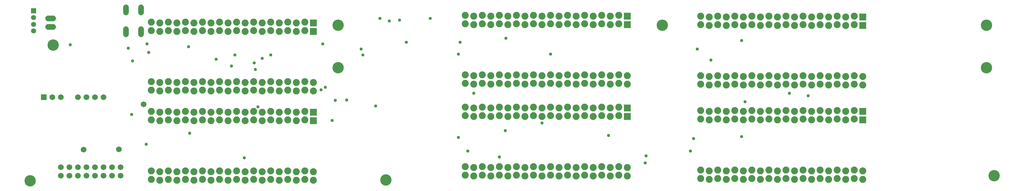
<source format=gbr>
G04 EAGLE Gerber RS-274X export*
G75*
%MOMM*%
%FSLAX34Y34*%
%LPD*%
%INSoldermask Bottom*%
%IPPOS*%
%AMOC8*
5,1,8,0,0,1.08239X$1,22.5*%
G01*
%ADD10C,3.378200*%
%ADD11R,2.082800X2.082800*%
%ADD12C,2.082800*%
%ADD13R,1.711200X1.711200*%
%ADD14C,1.711200*%
%ADD15C,1.727200*%
%ADD16R,1.511200X1.511200*%
%ADD17C,1.511200*%
%ADD18C,1.703200*%
%ADD19C,0.959600*%


D10*
X952500Y373380D03*
X2882900Y373380D03*
X104140Y440690D03*
X2905252Y50546D03*
X1094232Y37846D03*
X35052Y35306D03*
X2882900Y500380D03*
X1917700Y500380D03*
X952500Y500380D03*
D11*
X878840Y481330D03*
D12*
X853440Y483870D03*
X828040Y481330D03*
X802640Y483870D03*
X777240Y481330D03*
X751840Y483870D03*
X726440Y481330D03*
X701040Y483870D03*
X675640Y481330D03*
X650240Y483870D03*
X624840Y481330D03*
X599440Y483870D03*
X574040Y481330D03*
X548640Y483870D03*
X523240Y481330D03*
X497840Y483870D03*
X472440Y481330D03*
X447040Y483870D03*
X421640Y481330D03*
X396240Y483870D03*
X396240Y331470D03*
X421640Y328930D03*
X447040Y331470D03*
X472440Y328930D03*
X497840Y331470D03*
X523240Y328930D03*
X548640Y331470D03*
X574040Y328930D03*
X599440Y331470D03*
X624840Y328930D03*
X650240Y331470D03*
X675640Y328930D03*
X701040Y331470D03*
X726440Y328930D03*
X751840Y331470D03*
X777240Y328930D03*
X802640Y331470D03*
X828040Y328930D03*
X853440Y331470D03*
X878840Y328930D03*
X396240Y306070D03*
X421640Y303530D03*
X447040Y306070D03*
X472440Y303530D03*
X497840Y306070D03*
X523240Y303530D03*
X548640Y306070D03*
X574040Y303530D03*
X599440Y306070D03*
X624840Y303530D03*
X650240Y306070D03*
X675640Y303530D03*
X701040Y306070D03*
X726440Y303530D03*
X751840Y306070D03*
X777240Y303530D03*
X802640Y306070D03*
X828040Y303530D03*
X853440Y306070D03*
X878840Y303530D03*
D11*
X878840Y506730D03*
D12*
X853440Y509270D03*
X828040Y506730D03*
X802640Y509270D03*
X777240Y506730D03*
X751840Y509270D03*
X726440Y506730D03*
X701040Y509270D03*
X675640Y506730D03*
X650240Y509270D03*
X624840Y506730D03*
X599440Y509270D03*
X574040Y506730D03*
X548640Y509270D03*
X523240Y506730D03*
X497840Y509270D03*
X472440Y506730D03*
X447040Y509270D03*
X421640Y506730D03*
X396240Y509270D03*
D13*
X76200Y284660D03*
D14*
X101600Y284660D03*
X127000Y284660D03*
X177800Y284660D03*
X203200Y284660D03*
X228600Y284660D03*
X254000Y284660D03*
D15*
X104140Y520700D02*
X88900Y520700D01*
X88900Y495300D02*
X104140Y495300D01*
D16*
X45720Y543080D03*
D17*
X45720Y523080D03*
X45720Y503080D03*
X45720Y483080D03*
D14*
X127000Y50800D03*
X127000Y76200D03*
X152400Y50800D03*
X152400Y76200D03*
X177800Y50800D03*
X177800Y76200D03*
X203200Y50800D03*
X203200Y76200D03*
X228600Y50800D03*
X228600Y76200D03*
X254000Y50800D03*
X254000Y76200D03*
X279400Y50800D03*
X279400Y76200D03*
X304800Y50800D03*
X304800Y76200D03*
D11*
X878840Y214630D03*
D12*
X853440Y217170D03*
X828040Y214630D03*
X802640Y217170D03*
X777240Y214630D03*
X751840Y217170D03*
X726440Y214630D03*
X701040Y217170D03*
X675640Y214630D03*
X650240Y217170D03*
X624840Y214630D03*
X599440Y217170D03*
X574040Y214630D03*
X548640Y217170D03*
X523240Y214630D03*
X497840Y217170D03*
X472440Y214630D03*
X447040Y217170D03*
X421640Y214630D03*
X396240Y217170D03*
X396240Y64770D03*
X421640Y62230D03*
X447040Y64770D03*
X472440Y62230D03*
X497840Y64770D03*
X523240Y62230D03*
X548640Y64770D03*
X574040Y62230D03*
X599440Y64770D03*
X624840Y62230D03*
X650240Y64770D03*
X675640Y62230D03*
X701040Y64770D03*
X726440Y62230D03*
X751840Y64770D03*
X777240Y62230D03*
X802640Y64770D03*
X828040Y62230D03*
X853440Y64770D03*
X878840Y62230D03*
X396240Y39370D03*
X421640Y36830D03*
X447040Y39370D03*
X472440Y36830D03*
X497840Y39370D03*
X523240Y36830D03*
X548640Y39370D03*
X574040Y36830D03*
X599440Y39370D03*
X624840Y36830D03*
X650240Y39370D03*
X675640Y36830D03*
X701040Y39370D03*
X726440Y36830D03*
X751840Y39370D03*
X777240Y36830D03*
X802640Y39370D03*
X828040Y36830D03*
X853440Y39370D03*
X878840Y36830D03*
D11*
X878840Y240030D03*
D12*
X853440Y242570D03*
X828040Y240030D03*
X802640Y242570D03*
X777240Y240030D03*
X751840Y242570D03*
X726440Y240030D03*
X701040Y242570D03*
X675640Y240030D03*
X650240Y242570D03*
X624840Y240030D03*
X599440Y242570D03*
X574040Y240030D03*
X548640Y242570D03*
X523240Y240030D03*
X497840Y242570D03*
X472440Y240030D03*
X447040Y242570D03*
X421640Y240030D03*
X396240Y242570D03*
D11*
X1813560Y501650D03*
D12*
X1788160Y504190D03*
X1762760Y501650D03*
X1737360Y504190D03*
X1711960Y501650D03*
X1686560Y504190D03*
X1661160Y501650D03*
X1635760Y504190D03*
X1610360Y501650D03*
X1584960Y504190D03*
X1559560Y501650D03*
X1534160Y504190D03*
X1508760Y501650D03*
X1483360Y504190D03*
X1457960Y501650D03*
X1432560Y504190D03*
X1407160Y501650D03*
X1381760Y504190D03*
X1356360Y501650D03*
X1330960Y504190D03*
X1330960Y351790D03*
X1356360Y349250D03*
X1381760Y351790D03*
X1407160Y349250D03*
X1432560Y351790D03*
X1457960Y349250D03*
X1483360Y351790D03*
X1508760Y349250D03*
X1534160Y351790D03*
X1559560Y349250D03*
X1584960Y351790D03*
X1610360Y349250D03*
X1635760Y351790D03*
X1661160Y349250D03*
X1686560Y351790D03*
X1711960Y349250D03*
X1737360Y351790D03*
X1762760Y349250D03*
X1788160Y351790D03*
X1813560Y349250D03*
X1330960Y326390D03*
X1356360Y323850D03*
X1381760Y326390D03*
X1407160Y323850D03*
X1432560Y326390D03*
X1457960Y323850D03*
X1483360Y326390D03*
X1508760Y323850D03*
X1534160Y326390D03*
X1559560Y323850D03*
X1584960Y326390D03*
X1610360Y323850D03*
X1635760Y326390D03*
X1661160Y323850D03*
X1686560Y326390D03*
X1711960Y323850D03*
X1737360Y326390D03*
X1762760Y323850D03*
X1788160Y326390D03*
X1813560Y323850D03*
D11*
X1813560Y527050D03*
D12*
X1788160Y529590D03*
X1762760Y527050D03*
X1737360Y529590D03*
X1711960Y527050D03*
X1686560Y529590D03*
X1661160Y527050D03*
X1635760Y529590D03*
X1610360Y527050D03*
X1584960Y529590D03*
X1559560Y527050D03*
X1534160Y529590D03*
X1508760Y527050D03*
X1483360Y529590D03*
X1457960Y527050D03*
X1432560Y529590D03*
X1407160Y527050D03*
X1381760Y529590D03*
X1356360Y527050D03*
X1330960Y529590D03*
D11*
X1813560Y227330D03*
D12*
X1788160Y229870D03*
X1762760Y227330D03*
X1737360Y229870D03*
X1711960Y227330D03*
X1686560Y229870D03*
X1661160Y227330D03*
X1635760Y229870D03*
X1610360Y227330D03*
X1584960Y229870D03*
X1559560Y227330D03*
X1534160Y229870D03*
X1508760Y227330D03*
X1483360Y229870D03*
X1457960Y227330D03*
X1432560Y229870D03*
X1407160Y227330D03*
X1381760Y229870D03*
X1356360Y227330D03*
X1330960Y229870D03*
X1330960Y77470D03*
X1356360Y74930D03*
X1381760Y77470D03*
X1407160Y74930D03*
X1432560Y77470D03*
X1457960Y74930D03*
X1483360Y77470D03*
X1508760Y74930D03*
X1534160Y77470D03*
X1559560Y74930D03*
X1584960Y77470D03*
X1610360Y74930D03*
X1635760Y77470D03*
X1661160Y74930D03*
X1686560Y77470D03*
X1711960Y74930D03*
X1737360Y77470D03*
X1762760Y74930D03*
X1788160Y77470D03*
X1813560Y74930D03*
X1330960Y52070D03*
X1356360Y49530D03*
X1381760Y52070D03*
X1407160Y49530D03*
X1432560Y52070D03*
X1457960Y49530D03*
X1483360Y52070D03*
X1508760Y49530D03*
X1534160Y52070D03*
X1559560Y49530D03*
X1584960Y52070D03*
X1610360Y49530D03*
X1635760Y52070D03*
X1661160Y49530D03*
X1686560Y52070D03*
X1711960Y49530D03*
X1737360Y52070D03*
X1762760Y49530D03*
X1788160Y52070D03*
X1813560Y49530D03*
D11*
X1813560Y252730D03*
D12*
X1788160Y255270D03*
X1762760Y252730D03*
X1737360Y255270D03*
X1711960Y252730D03*
X1686560Y255270D03*
X1661160Y252730D03*
X1635760Y255270D03*
X1610360Y252730D03*
X1584960Y255270D03*
X1559560Y252730D03*
X1534160Y255270D03*
X1508760Y252730D03*
X1483360Y255270D03*
X1457960Y252730D03*
X1432560Y255270D03*
X1407160Y252730D03*
X1381760Y255270D03*
X1356360Y252730D03*
X1330960Y255270D03*
D11*
X2514600Y499110D03*
D12*
X2489200Y501650D03*
X2463800Y499110D03*
X2438400Y501650D03*
X2413000Y499110D03*
X2387600Y501650D03*
X2362200Y499110D03*
X2336800Y501650D03*
X2311400Y499110D03*
X2286000Y501650D03*
X2260600Y499110D03*
X2235200Y501650D03*
X2209800Y499110D03*
X2184400Y501650D03*
X2159000Y499110D03*
X2133600Y501650D03*
X2108200Y499110D03*
X2082800Y501650D03*
X2057400Y499110D03*
X2032000Y501650D03*
X2032000Y349250D03*
X2057400Y346710D03*
X2082800Y349250D03*
X2108200Y346710D03*
X2133600Y349250D03*
X2159000Y346710D03*
X2184400Y349250D03*
X2209800Y346710D03*
X2235200Y349250D03*
X2260600Y346710D03*
X2286000Y349250D03*
X2311400Y346710D03*
X2336800Y349250D03*
X2362200Y346710D03*
X2387600Y349250D03*
X2413000Y346710D03*
X2438400Y349250D03*
X2463800Y346710D03*
X2489200Y349250D03*
X2514600Y346710D03*
X2032000Y323850D03*
X2057400Y321310D03*
X2082800Y323850D03*
X2108200Y321310D03*
X2133600Y323850D03*
X2159000Y321310D03*
X2184400Y323850D03*
X2209800Y321310D03*
X2235200Y323850D03*
X2260600Y321310D03*
X2286000Y323850D03*
X2311400Y321310D03*
X2336800Y323850D03*
X2362200Y321310D03*
X2387600Y323850D03*
X2413000Y321310D03*
X2438400Y323850D03*
X2463800Y321310D03*
X2489200Y323850D03*
X2514600Y321310D03*
D11*
X2514600Y524510D03*
D12*
X2489200Y527050D03*
X2463800Y524510D03*
X2438400Y527050D03*
X2413000Y524510D03*
X2387600Y527050D03*
X2362200Y524510D03*
X2336800Y527050D03*
X2311400Y524510D03*
X2286000Y527050D03*
X2260600Y524510D03*
X2235200Y527050D03*
X2209800Y524510D03*
X2184400Y527050D03*
X2159000Y524510D03*
X2133600Y527050D03*
X2108200Y524510D03*
X2082800Y527050D03*
X2057400Y524510D03*
X2032000Y527050D03*
D11*
X2514600Y217170D03*
D12*
X2489200Y219710D03*
X2463800Y217170D03*
X2438400Y219710D03*
X2413000Y217170D03*
X2387600Y219710D03*
X2362200Y217170D03*
X2336800Y219710D03*
X2311400Y217170D03*
X2286000Y219710D03*
X2260600Y217170D03*
X2235200Y219710D03*
X2209800Y217170D03*
X2184400Y219710D03*
X2159000Y217170D03*
X2133600Y219710D03*
X2108200Y217170D03*
X2082800Y219710D03*
X2057400Y217170D03*
X2032000Y219710D03*
X2032000Y67310D03*
X2057400Y64770D03*
X2082800Y67310D03*
X2108200Y64770D03*
X2133600Y67310D03*
X2159000Y64770D03*
X2184400Y67310D03*
X2209800Y64770D03*
X2235200Y67310D03*
X2260600Y64770D03*
X2286000Y67310D03*
X2311400Y64770D03*
X2336800Y67310D03*
X2362200Y64770D03*
X2387600Y67310D03*
X2413000Y64770D03*
X2438400Y67310D03*
X2463800Y64770D03*
X2489200Y67310D03*
X2514600Y64770D03*
X2032000Y41910D03*
X2057400Y39370D03*
X2082800Y41910D03*
X2108200Y39370D03*
X2133600Y41910D03*
X2159000Y39370D03*
X2184400Y41910D03*
X2209800Y39370D03*
X2235200Y41910D03*
X2260600Y39370D03*
X2286000Y41910D03*
X2311400Y39370D03*
X2336800Y41910D03*
X2362200Y39370D03*
X2387600Y41910D03*
X2413000Y39370D03*
X2438400Y41910D03*
X2463800Y39370D03*
X2489200Y41910D03*
X2514600Y39370D03*
D11*
X2514600Y242570D03*
D12*
X2489200Y245110D03*
X2463800Y242570D03*
X2438400Y245110D03*
X2413000Y242570D03*
X2387600Y245110D03*
X2362200Y242570D03*
X2336800Y245110D03*
X2311400Y242570D03*
X2286000Y245110D03*
X2260600Y242570D03*
X2235200Y245110D03*
X2209800Y242570D03*
X2184400Y245110D03*
X2159000Y242570D03*
X2133600Y245110D03*
X2108200Y242570D03*
X2082800Y245110D03*
X2057400Y242570D03*
X2032000Y245110D03*
D15*
X365506Y537972D02*
X365506Y553212D01*
X320294Y553212D02*
X320294Y537972D01*
X365506Y488188D02*
X365506Y472948D01*
X320294Y472948D02*
X320294Y488188D01*
D18*
X194310Y128270D03*
X299720Y129540D03*
X373380Y264160D03*
D19*
X1155700Y449580D03*
X1026160Y411480D03*
X1135380Y515620D03*
X2164080Y271780D03*
X1584960Y414020D03*
X943610Y275590D03*
X901700Y307340D03*
X635000Y378460D03*
X713740Y256540D03*
X702310Y387350D03*
X1021080Y429260D03*
X673100Y104112D03*
X1226820Y520700D03*
X1757680Y171168D03*
X934720Y215900D03*
X2296160Y297180D03*
X2352040Y289560D03*
X1356360Y297180D03*
X977900Y276860D03*
X914400Y314960D03*
X327660Y431800D03*
X381000Y144780D03*
X1310736Y165196D03*
X2010636Y161290D03*
X388620Y419100D03*
X1315720Y449580D03*
X2021840Y429260D03*
X506730Y435610D03*
X1451610Y461010D03*
X2153920Y454660D03*
X337820Y233680D03*
X510540Y177800D03*
X1450340Y185420D03*
X2153920Y167640D03*
X383540Y444500D03*
X2062480Y396240D03*
X2001520Y124460D03*
X1338580Y124460D03*
X1310640Y414020D03*
X340360Y393700D03*
X154940Y441960D03*
X1866900Y88900D03*
X1868970Y109690D03*
X1559560Y208280D03*
X589280Y398780D03*
X1432560Y106680D03*
X1064260Y259080D03*
X645160Y411480D03*
X706120Y368300D03*
X906780Y444500D03*
X751840Y411480D03*
X1076960Y520700D03*
X726440Y401320D03*
X1104900Y513080D03*
M02*

</source>
